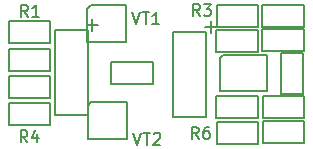
<source format=gto>
G04 #@! TF.GenerationSoftware,KiCad,Pcbnew,9.0.4*
G04 #@! TF.CreationDate,2025-10-31T22:35:57+03:00*
G04 #@! TF.ProjectId,ECAD_main,45434144-5f6d-4616-996e-2e6b69636164,rev?*
G04 #@! TF.SameCoordinates,Original*
G04 #@! TF.FileFunction,Legend,Top*
G04 #@! TF.FilePolarity,Positive*
%FSLAX46Y46*%
G04 Gerber Fmt 4.6, Leading zero omitted, Abs format (unit mm)*
G04 Created by KiCad (PCBNEW 9.0.4) date 2025-10-31 22:35:57*
%MOMM*%
%LPD*%
G01*
G04 APERTURE LIST*
%ADD10C,0.150000*%
%ADD11C,0.200000*%
G04 APERTURE END LIST*
D10*
X153133333Y-110554819D02*
X152800000Y-110078628D01*
X152561905Y-110554819D02*
X152561905Y-109554819D01*
X152561905Y-109554819D02*
X152942857Y-109554819D01*
X152942857Y-109554819D02*
X153038095Y-109602438D01*
X153038095Y-109602438D02*
X153085714Y-109650057D01*
X153085714Y-109650057D02*
X153133333Y-109745295D01*
X153133333Y-109745295D02*
X153133333Y-109888152D01*
X153133333Y-109888152D02*
X153085714Y-109983390D01*
X153085714Y-109983390D02*
X153038095Y-110031009D01*
X153038095Y-110031009D02*
X152942857Y-110078628D01*
X152942857Y-110078628D02*
X152561905Y-110078628D01*
X153990476Y-109554819D02*
X153800000Y-109554819D01*
X153800000Y-109554819D02*
X153704762Y-109602438D01*
X153704762Y-109602438D02*
X153657143Y-109650057D01*
X153657143Y-109650057D02*
X153561905Y-109792914D01*
X153561905Y-109792914D02*
X153514286Y-109983390D01*
X153514286Y-109983390D02*
X153514286Y-110364342D01*
X153514286Y-110364342D02*
X153561905Y-110459580D01*
X153561905Y-110459580D02*
X153609524Y-110507200D01*
X153609524Y-110507200D02*
X153704762Y-110554819D01*
X153704762Y-110554819D02*
X153895238Y-110554819D01*
X153895238Y-110554819D02*
X153990476Y-110507200D01*
X153990476Y-110507200D02*
X154038095Y-110459580D01*
X154038095Y-110459580D02*
X154085714Y-110364342D01*
X154085714Y-110364342D02*
X154085714Y-110126247D01*
X154085714Y-110126247D02*
X154038095Y-110031009D01*
X154038095Y-110031009D02*
X153990476Y-109983390D01*
X153990476Y-109983390D02*
X153895238Y-109935771D01*
X153895238Y-109935771D02*
X153704762Y-109935771D01*
X153704762Y-109935771D02*
X153609524Y-109983390D01*
X153609524Y-109983390D02*
X153561905Y-110031009D01*
X153561905Y-110031009D02*
X153514286Y-110126247D01*
X138633333Y-110854819D02*
X138300000Y-110378628D01*
X138061905Y-110854819D02*
X138061905Y-109854819D01*
X138061905Y-109854819D02*
X138442857Y-109854819D01*
X138442857Y-109854819D02*
X138538095Y-109902438D01*
X138538095Y-109902438D02*
X138585714Y-109950057D01*
X138585714Y-109950057D02*
X138633333Y-110045295D01*
X138633333Y-110045295D02*
X138633333Y-110188152D01*
X138633333Y-110188152D02*
X138585714Y-110283390D01*
X138585714Y-110283390D02*
X138538095Y-110331009D01*
X138538095Y-110331009D02*
X138442857Y-110378628D01*
X138442857Y-110378628D02*
X138061905Y-110378628D01*
X139490476Y-110188152D02*
X139490476Y-110854819D01*
X139252381Y-109807200D02*
X139014286Y-110521485D01*
X139014286Y-110521485D02*
X139633333Y-110521485D01*
X147609524Y-110044819D02*
X147942857Y-111044819D01*
X147942857Y-111044819D02*
X148276190Y-110044819D01*
X148466667Y-110044819D02*
X149038095Y-110044819D01*
X148752381Y-111044819D02*
X148752381Y-110044819D01*
X149323810Y-110140057D02*
X149371429Y-110092438D01*
X149371429Y-110092438D02*
X149466667Y-110044819D01*
X149466667Y-110044819D02*
X149704762Y-110044819D01*
X149704762Y-110044819D02*
X149800000Y-110092438D01*
X149800000Y-110092438D02*
X149847619Y-110140057D01*
X149847619Y-110140057D02*
X149895238Y-110235295D01*
X149895238Y-110235295D02*
X149895238Y-110330533D01*
X149895238Y-110330533D02*
X149847619Y-110473390D01*
X149847619Y-110473390D02*
X149276191Y-111044819D01*
X149276191Y-111044819D02*
X149895238Y-111044819D01*
X147509524Y-99854819D02*
X147842857Y-100854819D01*
X147842857Y-100854819D02*
X148176190Y-99854819D01*
X148366667Y-99854819D02*
X148938095Y-99854819D01*
X148652381Y-100854819D02*
X148652381Y-99854819D01*
X149795238Y-100854819D02*
X149223810Y-100854819D01*
X149509524Y-100854819D02*
X149509524Y-99854819D01*
X149509524Y-99854819D02*
X149414286Y-99997676D01*
X149414286Y-99997676D02*
X149319048Y-100092914D01*
X149319048Y-100092914D02*
X149223810Y-100140533D01*
X138662723Y-100223749D02*
X138329390Y-99747558D01*
X138091295Y-100223749D02*
X138091295Y-99223749D01*
X138091295Y-99223749D02*
X138472247Y-99223749D01*
X138472247Y-99223749D02*
X138567485Y-99271368D01*
X138567485Y-99271368D02*
X138615104Y-99318987D01*
X138615104Y-99318987D02*
X138662723Y-99414225D01*
X138662723Y-99414225D02*
X138662723Y-99557082D01*
X138662723Y-99557082D02*
X138615104Y-99652320D01*
X138615104Y-99652320D02*
X138567485Y-99699939D01*
X138567485Y-99699939D02*
X138472247Y-99747558D01*
X138472247Y-99747558D02*
X138091295Y-99747558D01*
X139615104Y-100223749D02*
X139043676Y-100223749D01*
X139329390Y-100223749D02*
X139329390Y-99223749D01*
X139329390Y-99223749D02*
X139234152Y-99366606D01*
X139234152Y-99366606D02*
X139138914Y-99461844D01*
X139138914Y-99461844D02*
X139043676Y-99509463D01*
X153233333Y-100154819D02*
X152900000Y-99678628D01*
X152661905Y-100154819D02*
X152661905Y-99154819D01*
X152661905Y-99154819D02*
X153042857Y-99154819D01*
X153042857Y-99154819D02*
X153138095Y-99202438D01*
X153138095Y-99202438D02*
X153185714Y-99250057D01*
X153185714Y-99250057D02*
X153233333Y-99345295D01*
X153233333Y-99345295D02*
X153233333Y-99488152D01*
X153233333Y-99488152D02*
X153185714Y-99583390D01*
X153185714Y-99583390D02*
X153138095Y-99631009D01*
X153138095Y-99631009D02*
X153042857Y-99678628D01*
X153042857Y-99678628D02*
X152661905Y-99678628D01*
X153566667Y-99154819D02*
X154185714Y-99154819D01*
X154185714Y-99154819D02*
X153852381Y-99535771D01*
X153852381Y-99535771D02*
X153995238Y-99535771D01*
X153995238Y-99535771D02*
X154090476Y-99583390D01*
X154090476Y-99583390D02*
X154138095Y-99631009D01*
X154138095Y-99631009D02*
X154185714Y-99726247D01*
X154185714Y-99726247D02*
X154185714Y-99964342D01*
X154185714Y-99964342D02*
X154138095Y-100059580D01*
X154138095Y-100059580D02*
X154090476Y-100107200D01*
X154090476Y-100107200D02*
X153995238Y-100154819D01*
X153995238Y-100154819D02*
X153709524Y-100154819D01*
X153709524Y-100154819D02*
X153614286Y-100107200D01*
X153614286Y-100107200D02*
X153566667Y-100059580D01*
D11*
G04 #@! TO.C,R10*
X145750000Y-104068930D02*
X146138760Y-104068930D01*
X145750000Y-105931070D02*
X145750000Y-104068930D01*
X145750000Y-105931070D02*
X146138760Y-105931070D01*
X146138760Y-104068930D02*
X148861240Y-104068930D01*
X146138760Y-105931070D02*
X148861240Y-105931070D01*
X148861240Y-104068930D02*
X149250000Y-104068930D01*
X148861240Y-105931070D02*
X149250000Y-105931070D01*
X149250000Y-105931070D02*
X149250000Y-104068930D01*
G04 #@! TO.C,R8*
X158590000Y-109058930D02*
X158978760Y-109058930D01*
X158590000Y-110921070D02*
X158590000Y-109058930D01*
X158590000Y-110921070D02*
X158978760Y-110921070D01*
X158978760Y-109058930D02*
X161701240Y-109058930D01*
X158978760Y-110921070D02*
X161701240Y-110921070D01*
X161701240Y-109058930D02*
X162090000Y-109058930D01*
X161701240Y-110921070D02*
X162090000Y-110921070D01*
X162090000Y-110921070D02*
X162090000Y-109058930D01*
G04 #@! TO.C,HL1*
X141000000Y-101348000D02*
X141000000Y-108552000D01*
X141000000Y-101348000D02*
X143800000Y-101348000D01*
X141000000Y-108552000D02*
X143800000Y-108552000D01*
X143650000Y-100950000D02*
X144650000Y-100950000D01*
X143800000Y-101348000D02*
X143800000Y-108552000D01*
X144150000Y-100450000D02*
X144150000Y-101450000D01*
G04 #@! TO.C,C3*
X154639920Y-106959020D02*
X154639920Y-108821150D01*
X155028680Y-106959020D02*
X154639920Y-106959020D01*
X155028680Y-108821150D02*
X154639920Y-108821150D01*
X157751160Y-106959020D02*
X155028680Y-106959020D01*
X157751160Y-108821150D02*
X155028680Y-108821150D01*
X158139920Y-106959020D02*
X157751160Y-106959020D01*
X158139920Y-106959020D02*
X158139920Y-108821150D01*
X158139920Y-108821150D02*
X157751160Y-108821150D01*
G04 #@! TO.C,R7*
X158589390Y-106938930D02*
X158589390Y-108801070D01*
X158978150Y-106938930D02*
X158589390Y-106938930D01*
X158978150Y-108801070D02*
X158589390Y-108801070D01*
X161700630Y-106938930D02*
X158978150Y-106938930D01*
X161700630Y-108801070D02*
X158978150Y-108801070D01*
X162089390Y-106938930D02*
X161700630Y-106938930D01*
X162089390Y-106938930D02*
X162089390Y-108801070D01*
X162089390Y-108801070D02*
X161700630Y-108801070D01*
G04 #@! TO.C,C4*
X158530080Y-99228850D02*
X158918840Y-99228850D01*
X158530080Y-101090980D02*
X158530080Y-99228850D01*
X158530080Y-101090980D02*
X158918840Y-101090980D01*
X158918840Y-99228850D02*
X161641320Y-99228850D01*
X158918840Y-101090980D02*
X161641320Y-101090980D01*
X161641320Y-99228850D02*
X162030080Y-99228850D01*
X161641320Y-101090980D02*
X162030080Y-101090980D01*
X162030080Y-101090980D02*
X162030080Y-99228850D01*
G04 #@! TO.C,R6*
X154650610Y-109108930D02*
X154650610Y-110971070D01*
X155039370Y-109108930D02*
X154650610Y-109108930D01*
X155039370Y-110971070D02*
X154650610Y-110971070D01*
X157761850Y-109108930D02*
X155039370Y-109108930D01*
X157761850Y-110971070D02*
X155039370Y-110971070D01*
X158150610Y-109108930D02*
X157761850Y-109108930D01*
X158150610Y-109108930D02*
X158150610Y-110971070D01*
X158150610Y-110971070D02*
X157761850Y-110971070D01*
G04 #@! TO.C,R2*
X137050000Y-102918930D02*
X137050000Y-104781070D01*
X137438760Y-102918930D02*
X137050000Y-102918930D01*
X137438760Y-104781070D02*
X137050000Y-104781070D01*
X140161240Y-102918930D02*
X137438760Y-102918930D01*
X140161240Y-104781070D02*
X137438760Y-104781070D01*
X140550000Y-102918930D02*
X140161240Y-102918930D01*
X140550000Y-102918930D02*
X140550000Y-104781070D01*
X140550000Y-104781070D02*
X140161240Y-104781070D01*
G04 #@! TO.C,R4*
X137050000Y-107508930D02*
X137438760Y-107508930D01*
X137050000Y-109371070D02*
X137050000Y-107508930D01*
X137050000Y-109371070D02*
X137438760Y-109371070D01*
X137438760Y-107508930D02*
X140161240Y-107508930D01*
X137438760Y-109371070D02*
X140161240Y-109371070D01*
X140161240Y-107508930D02*
X140550000Y-107508930D01*
X140161240Y-109371070D02*
X140550000Y-109371070D01*
X140550000Y-109371070D02*
X140550000Y-107508930D01*
G04 #@! TO.C,VT2*
X143730000Y-107780000D02*
X144040000Y-107470000D01*
X143730000Y-110590000D02*
X143730000Y-107780000D01*
X143730000Y-110590000D02*
X147052310Y-110590000D01*
X144040000Y-107470000D02*
X147052310Y-107470000D01*
X147052310Y-110590000D02*
X147052310Y-107470000D01*
G04 #@! TO.C,VT1*
X143704870Y-99560000D02*
X144014870Y-99250000D01*
X143704870Y-102370000D02*
X143704870Y-99560000D01*
X143704870Y-102370000D02*
X147027180Y-102370000D01*
X144014870Y-99250000D02*
X147027180Y-99250000D01*
X147027180Y-102370000D02*
X147027180Y-99250000D01*
G04 #@! TO.C,R9*
X158540000Y-101288930D02*
X158540000Y-103151070D01*
X158928760Y-101288930D02*
X158540000Y-101288930D01*
X158928760Y-103151070D02*
X158540000Y-103151070D01*
X161651240Y-101288930D02*
X158928760Y-101288930D01*
X161651240Y-103151070D02*
X158928760Y-103151070D01*
X162040000Y-101288930D02*
X161651240Y-101288930D01*
X162040000Y-101288930D02*
X162040000Y-103151070D01*
X162040000Y-103151070D02*
X161651240Y-103151070D01*
G04 #@! TO.C,DD1*
X154943600Y-103714435D02*
X155170210Y-103487835D01*
X154943600Y-106551195D02*
X154943600Y-103714435D01*
X154943600Y-106551195D02*
X158905590Y-106551195D01*
X155170210Y-103487835D02*
X158905590Y-103487835D01*
X158905590Y-106551195D02*
X158905590Y-103487835D01*
G04 #@! TO.C,HL2*
X151000000Y-101498000D02*
X151000000Y-108702000D01*
X151000000Y-101498000D02*
X153800000Y-101498000D01*
X151000000Y-108702000D02*
X153800000Y-108702000D01*
X153650000Y-101100000D02*
X154650000Y-101100000D01*
X153800000Y-101498000D02*
X153800000Y-108702000D01*
X154150000Y-100600000D02*
X154150000Y-101600000D01*
G04 #@! TO.C,R1*
X137079390Y-100568930D02*
X137468150Y-100568930D01*
X137079390Y-102431070D02*
X137079390Y-100568930D01*
X137079390Y-102431070D02*
X137468150Y-102431070D01*
X137468150Y-100568930D02*
X140190630Y-100568930D01*
X137468150Y-102431070D02*
X140190630Y-102431070D01*
X140190630Y-100568930D02*
X140579390Y-100568930D01*
X140190630Y-102431070D02*
X140579390Y-102431070D01*
X140579390Y-102431070D02*
X140579390Y-100568930D01*
G04 #@! TO.C,R3*
X154660000Y-99238930D02*
X155048760Y-99238930D01*
X154660000Y-101101070D02*
X154660000Y-99238930D01*
X154660000Y-101101070D02*
X155048760Y-101101070D01*
X155048760Y-99238930D02*
X157771240Y-99238930D01*
X155048760Y-101101070D02*
X157771240Y-101101070D01*
X157771240Y-99238930D02*
X158160000Y-99238930D01*
X157771240Y-101101070D02*
X158160000Y-101101070D01*
X158160000Y-101101070D02*
X158160000Y-99238930D01*
G04 #@! TO.C,C2*
X160131140Y-103296455D02*
X160131140Y-103685215D01*
X160131140Y-103296455D02*
X161993270Y-103296455D01*
X160131140Y-103685215D02*
X160131140Y-106407695D01*
X160131140Y-106407695D02*
X160131140Y-106796455D01*
X160131140Y-106796455D02*
X161993270Y-106796455D01*
X161993270Y-103296455D02*
X161993270Y-103685215D01*
X161993270Y-103685215D02*
X161993270Y-106407695D01*
X161993270Y-106407695D02*
X161993270Y-106796455D01*
G04 #@! TO.C,C1*
X154639920Y-101339020D02*
X154639920Y-103201150D01*
X155028680Y-101339020D02*
X154639920Y-101339020D01*
X155028680Y-103201150D02*
X154639920Y-103201150D01*
X157751160Y-101339020D02*
X155028680Y-101339020D01*
X157751160Y-103201150D02*
X155028680Y-103201150D01*
X158139920Y-101339020D02*
X157751160Y-101339020D01*
X158139920Y-101339020D02*
X158139920Y-103201150D01*
X158139920Y-103201150D02*
X157751160Y-103201150D01*
G04 #@! TO.C,R5*
X137050610Y-105228930D02*
X137050610Y-107091070D01*
X137439370Y-105228930D02*
X137050610Y-105228930D01*
X137439370Y-107091070D02*
X137050610Y-107091070D01*
X140161850Y-105228930D02*
X137439370Y-105228930D01*
X140161850Y-107091070D02*
X137439370Y-107091070D01*
X140550610Y-105228930D02*
X140161850Y-105228930D01*
X140550610Y-105228930D02*
X140550610Y-107091070D01*
X140550610Y-107091070D02*
X140161850Y-107091070D01*
G04 #@! TD*
M02*

</source>
